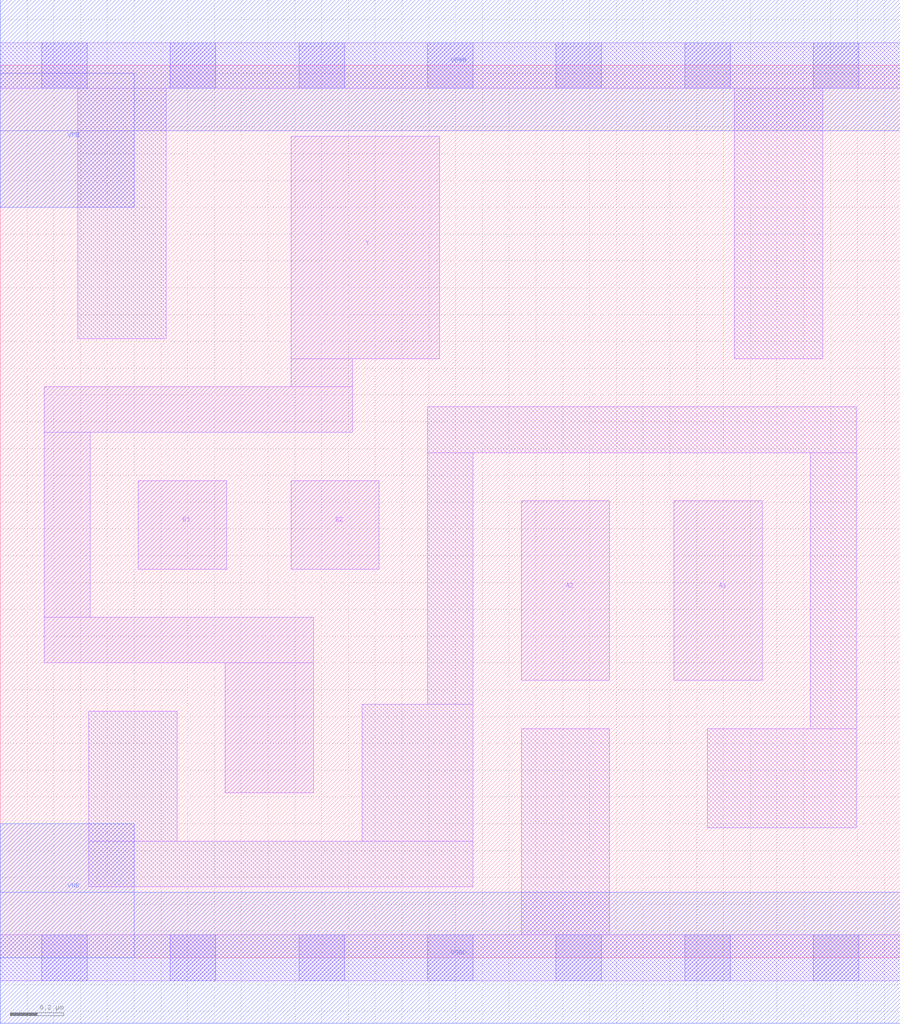
<source format=lef>
# Copyright 2020 The SkyWater PDK Authors
#
# Licensed under the Apache License, Version 2.0 (the "License");
# you may not use this file except in compliance with the License.
# You may obtain a copy of the License at
#
#     https://www.apache.org/licenses/LICENSE-2.0
#
# Unless required by applicable law or agreed to in writing, software
# distributed under the License is distributed on an "AS IS" BASIS,
# WITHOUT WARRANTIES OR CONDITIONS OF ANY KIND, either express or implied.
# See the License for the specific language governing permissions and
# limitations under the License.
#
# SPDX-License-Identifier: Apache-2.0

VERSION 5.5 ;
NAMESCASESENSITIVE ON ;
BUSBITCHARS "[]" ;
DIVIDERCHAR "/" ;
MACRO sky130_fd_sc_lp__o22ai_lp
  CLASS CORE ;
  SOURCE USER ;
  ORIGIN  0.000000  0.000000 ;
  SIZE  3.360000 BY  3.330000 ;
  SYMMETRY X Y R90 ;
  SITE unit ;
  PIN A1
    ANTENNAGATEAREA  0.313000 ;
    DIRECTION INPUT ;
    USE SIGNAL ;
    PORT
      LAYER li1 ;
        RECT 2.515000 1.035000 2.845000 1.705000 ;
    END
  END A1
  PIN A2
    ANTENNAGATEAREA  0.313000 ;
    DIRECTION INPUT ;
    USE SIGNAL ;
    PORT
      LAYER li1 ;
        RECT 1.945000 1.035000 2.275000 1.705000 ;
    END
  END A2
  PIN B1
    ANTENNAGATEAREA  0.313000 ;
    DIRECTION INPUT ;
    USE SIGNAL ;
    PORT
      LAYER li1 ;
        RECT 0.515000 1.450000 0.845000 1.780000 ;
    END
  END B1
  PIN B2
    ANTENNAGATEAREA  0.313000 ;
    DIRECTION INPUT ;
    USE SIGNAL ;
    PORT
      LAYER li1 ;
        RECT 1.085000 1.450000 1.415000 1.780000 ;
    END
  END B2
  PIN Y
    ANTENNADIFFAREA  0.437600 ;
    DIRECTION OUTPUT ;
    USE SIGNAL ;
    PORT
      LAYER li1 ;
        RECT 0.165000 1.100000 1.170000 1.270000 ;
        RECT 0.165000 1.270000 0.335000 1.960000 ;
        RECT 0.165000 1.960000 1.315000 2.130000 ;
        RECT 0.840000 0.615000 1.170000 1.100000 ;
        RECT 1.085000 2.130000 1.315000 2.235000 ;
        RECT 1.085000 2.235000 1.640000 3.065000 ;
    END
  END Y
  PIN VGND
    DIRECTION INOUT ;
    USE GROUND ;
    PORT
      LAYER met1 ;
        RECT 0.000000 -0.245000 3.360000 0.245000 ;
    END
  END VGND
  PIN VNB
    DIRECTION INOUT ;
    USE GROUND ;
    PORT
      LAYER met1 ;
        RECT 0.000000 0.000000 0.500000 0.500000 ;
    END
  END VNB
  PIN VPB
    DIRECTION INOUT ;
    USE POWER ;
    PORT
      LAYER met1 ;
        RECT 0.000000 2.800000 0.500000 3.300000 ;
    END
  END VPB
  PIN VPWR
    DIRECTION INOUT ;
    USE POWER ;
    PORT
      LAYER met1 ;
        RECT 0.000000 3.085000 3.360000 3.575000 ;
    END
  END VPWR
  OBS
    LAYER li1 ;
      RECT 0.000000 -0.085000 3.360000 0.085000 ;
      RECT 0.000000  3.245000 3.360000 3.415000 ;
      RECT 0.290000  2.310000 0.620000 3.245000 ;
      RECT 0.330000  0.265000 1.765000 0.435000 ;
      RECT 0.330000  0.435000 0.660000 0.920000 ;
      RECT 1.350000  0.435000 1.765000 0.945000 ;
      RECT 1.595000  0.945000 1.765000 1.885000 ;
      RECT 1.595000  1.885000 3.195000 2.055000 ;
      RECT 1.945000  0.085000 2.275000 0.855000 ;
      RECT 2.640000  0.485000 3.195000 0.855000 ;
      RECT 2.740000  2.235000 3.070000 3.245000 ;
      RECT 3.025000  0.855000 3.195000 1.885000 ;
    LAYER mcon ;
      RECT 0.155000 -0.085000 0.325000 0.085000 ;
      RECT 0.155000  3.245000 0.325000 3.415000 ;
      RECT 0.635000 -0.085000 0.805000 0.085000 ;
      RECT 0.635000  3.245000 0.805000 3.415000 ;
      RECT 1.115000 -0.085000 1.285000 0.085000 ;
      RECT 1.115000  3.245000 1.285000 3.415000 ;
      RECT 1.595000 -0.085000 1.765000 0.085000 ;
      RECT 1.595000  3.245000 1.765000 3.415000 ;
      RECT 2.075000 -0.085000 2.245000 0.085000 ;
      RECT 2.075000  3.245000 2.245000 3.415000 ;
      RECT 2.555000 -0.085000 2.725000 0.085000 ;
      RECT 2.555000  3.245000 2.725000 3.415000 ;
      RECT 3.035000 -0.085000 3.205000 0.085000 ;
      RECT 3.035000  3.245000 3.205000 3.415000 ;
  END
END sky130_fd_sc_lp__o22ai_lp

</source>
